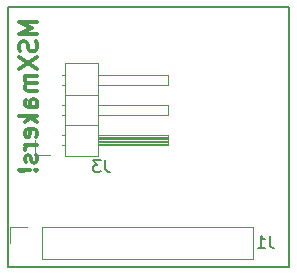
<source format=gbr>
G04 #@! TF.FileFunction,Legend,Bot*
%FSLAX46Y46*%
G04 Gerber Fmt 4.6, Leading zero omitted, Abs format (unit mm)*
G04 Created by KiCad (PCBNEW 4.0.6) date Tue May 26 19:12:12 2020*
%MOMM*%
%LPD*%
G01*
G04 APERTURE LIST*
%ADD10C,0.100000*%
%ADD11C,0.300000*%
%ADD12C,0.150000*%
%ADD13C,0.120000*%
G04 APERTURE END LIST*
D10*
D11*
X41878571Y-25714286D02*
X40378571Y-25714286D01*
X41450000Y-26214286D01*
X40378571Y-26714286D01*
X41878571Y-26714286D01*
X41807143Y-27357143D02*
X41878571Y-27571429D01*
X41878571Y-27928572D01*
X41807143Y-28071429D01*
X41735714Y-28142858D01*
X41592857Y-28214286D01*
X41450000Y-28214286D01*
X41307143Y-28142858D01*
X41235714Y-28071429D01*
X41164286Y-27928572D01*
X41092857Y-27642858D01*
X41021429Y-27500000D01*
X40950000Y-27428572D01*
X40807143Y-27357143D01*
X40664286Y-27357143D01*
X40521429Y-27428572D01*
X40450000Y-27500000D01*
X40378571Y-27642858D01*
X40378571Y-28000000D01*
X40450000Y-28214286D01*
X40378571Y-28714286D02*
X41878571Y-29714286D01*
X40378571Y-29714286D02*
X41878571Y-28714286D01*
X41878571Y-30285714D02*
X40878571Y-30285714D01*
X41021429Y-30285714D02*
X40950000Y-30357142D01*
X40878571Y-30500000D01*
X40878571Y-30714285D01*
X40950000Y-30857142D01*
X41092857Y-30928571D01*
X41878571Y-30928571D01*
X41092857Y-30928571D02*
X40950000Y-31000000D01*
X40878571Y-31142857D01*
X40878571Y-31357142D01*
X40950000Y-31500000D01*
X41092857Y-31571428D01*
X41878571Y-31571428D01*
X41878571Y-32928571D02*
X41092857Y-32928571D01*
X40950000Y-32857142D01*
X40878571Y-32714285D01*
X40878571Y-32428571D01*
X40950000Y-32285714D01*
X41807143Y-32928571D02*
X41878571Y-32785714D01*
X41878571Y-32428571D01*
X41807143Y-32285714D01*
X41664286Y-32214285D01*
X41521429Y-32214285D01*
X41378571Y-32285714D01*
X41307143Y-32428571D01*
X41307143Y-32785714D01*
X41235714Y-32928571D01*
X41878571Y-33642857D02*
X40378571Y-33642857D01*
X41307143Y-33785714D02*
X41878571Y-34214285D01*
X40878571Y-34214285D02*
X41450000Y-33642857D01*
X41807143Y-35428571D02*
X41878571Y-35285714D01*
X41878571Y-35000000D01*
X41807143Y-34857143D01*
X41664286Y-34785714D01*
X41092857Y-34785714D01*
X40950000Y-34857143D01*
X40878571Y-35000000D01*
X40878571Y-35285714D01*
X40950000Y-35428571D01*
X41092857Y-35500000D01*
X41235714Y-35500000D01*
X41378571Y-34785714D01*
X41878571Y-36142857D02*
X40878571Y-36142857D01*
X41164286Y-36142857D02*
X41021429Y-36214285D01*
X40950000Y-36285714D01*
X40878571Y-36428571D01*
X40878571Y-36571428D01*
X41807143Y-36999999D02*
X41878571Y-37142856D01*
X41878571Y-37428571D01*
X41807143Y-37571428D01*
X41664286Y-37642856D01*
X41592857Y-37642856D01*
X41450000Y-37571428D01*
X41378571Y-37428571D01*
X41378571Y-37214285D01*
X41307143Y-37071428D01*
X41164286Y-36999999D01*
X41092857Y-36999999D01*
X40950000Y-37071428D01*
X40878571Y-37214285D01*
X40878571Y-37428571D01*
X40950000Y-37571428D01*
X41735714Y-38285714D02*
X41807143Y-38357142D01*
X41878571Y-38285714D01*
X41807143Y-38214285D01*
X41735714Y-38285714D01*
X41878571Y-38285714D01*
X41307143Y-38285714D02*
X40450000Y-38214285D01*
X40378571Y-38285714D01*
X40450000Y-38357142D01*
X41307143Y-38285714D01*
X40378571Y-38285714D01*
D12*
X39430000Y-46430000D02*
X39440000Y-46430000D01*
X39430000Y-24470000D02*
X39430000Y-46430000D01*
X63210000Y-24470000D02*
X39430000Y-24470000D01*
X63210000Y-46430000D02*
X63210000Y-24470000D01*
X39440000Y-46430000D02*
X63210000Y-46430000D01*
D13*
X42300000Y-43040000D02*
X60200000Y-43040000D01*
X60200000Y-43040000D02*
X60200000Y-45820000D01*
X60200000Y-45820000D02*
X42300000Y-45820000D01*
X42300000Y-45820000D02*
X42300000Y-43040000D01*
X41030000Y-43040000D02*
X39640000Y-43040000D01*
X39640000Y-43040000D02*
X39640000Y-44430000D01*
X44280000Y-37090000D02*
X44280000Y-34430000D01*
X44280000Y-34430000D02*
X47020000Y-34430000D01*
X47020000Y-34430000D02*
X47020000Y-37090000D01*
X47020000Y-37090000D02*
X44280000Y-37090000D01*
X47020000Y-36140000D02*
X47020000Y-35260000D01*
X47020000Y-35260000D02*
X53020000Y-35260000D01*
X53020000Y-35260000D02*
X53020000Y-36140000D01*
X53020000Y-36140000D02*
X47020000Y-36140000D01*
X43970000Y-36140000D02*
X44280000Y-36140000D01*
X43970000Y-35260000D02*
X44280000Y-35260000D01*
X47020000Y-36020000D02*
X53020000Y-36020000D01*
X47020000Y-35900000D02*
X53020000Y-35900000D01*
X47020000Y-35780000D02*
X53020000Y-35780000D01*
X47020000Y-35660000D02*
X53020000Y-35660000D01*
X47020000Y-35540000D02*
X53020000Y-35540000D01*
X47020000Y-35420000D02*
X53020000Y-35420000D01*
X47020000Y-35300000D02*
X53020000Y-35300000D01*
X44280000Y-34430000D02*
X44280000Y-31890000D01*
X44280000Y-31890000D02*
X47020000Y-31890000D01*
X47020000Y-31890000D02*
X47020000Y-34430000D01*
X47020000Y-34430000D02*
X44280000Y-34430000D01*
X47020000Y-33600000D02*
X47020000Y-32720000D01*
X47020000Y-32720000D02*
X53020000Y-32720000D01*
X53020000Y-32720000D02*
X53020000Y-33600000D01*
X53020000Y-33600000D02*
X47020000Y-33600000D01*
X43970000Y-33600000D02*
X44280000Y-33600000D01*
X43970000Y-32720000D02*
X44280000Y-32720000D01*
X44280000Y-31890000D02*
X44280000Y-29230000D01*
X44280000Y-29230000D02*
X47020000Y-29230000D01*
X47020000Y-29230000D02*
X47020000Y-31890000D01*
X47020000Y-31890000D02*
X44280000Y-31890000D01*
X47020000Y-31060000D02*
X47020000Y-30180000D01*
X47020000Y-30180000D02*
X53020000Y-30180000D01*
X53020000Y-30180000D02*
X53020000Y-31060000D01*
X53020000Y-31060000D02*
X47020000Y-31060000D01*
X43970000Y-31060000D02*
X44280000Y-31060000D01*
X43970000Y-30180000D02*
X44280000Y-30180000D01*
X41730000Y-35700000D02*
X41730000Y-36970000D01*
X41730000Y-36970000D02*
X43000000Y-36970000D01*
D12*
X61583333Y-43822381D02*
X61583333Y-44536667D01*
X61630953Y-44679524D01*
X61726191Y-44774762D01*
X61869048Y-44822381D01*
X61964286Y-44822381D01*
X60583333Y-44822381D02*
X61154762Y-44822381D01*
X60869048Y-44822381D02*
X60869048Y-43822381D01*
X60964286Y-43965238D01*
X61059524Y-44060476D01*
X61154762Y-44108095D01*
X47648333Y-37422381D02*
X47648333Y-38136667D01*
X47695953Y-38279524D01*
X47791191Y-38374762D01*
X47934048Y-38422381D01*
X48029286Y-38422381D01*
X47267381Y-37422381D02*
X46648333Y-37422381D01*
X46981667Y-37803333D01*
X46838809Y-37803333D01*
X46743571Y-37850952D01*
X46695952Y-37898571D01*
X46648333Y-37993810D01*
X46648333Y-38231905D01*
X46695952Y-38327143D01*
X46743571Y-38374762D01*
X46838809Y-38422381D01*
X47124524Y-38422381D01*
X47219762Y-38374762D01*
X47267381Y-38327143D01*
M02*

</source>
